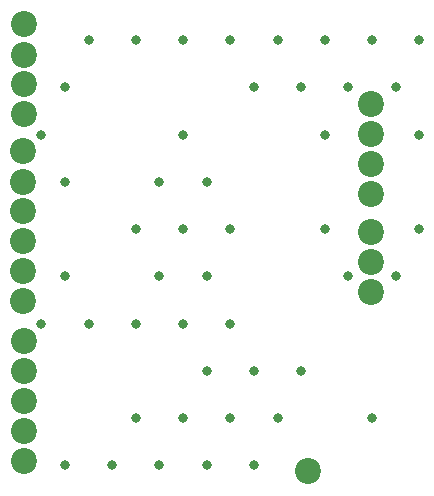
<source format=gbs>
G04*
G04 #@! TF.GenerationSoftware,Altium Limited,Altium Designer,23.2.1 (34)*
G04*
G04 Layer_Color=16711935*
%FSTAX44Y44*%
%MOMM*%
G71*
G04*
G04 #@! TF.SameCoordinates,9BF6DC58-3579-49A4-A00A-48C36C1373D3*
G04*
G04*
G04 #@! TF.FilePolarity,Negative*
G04*
G01*
G75*
%ADD25C,2.2000*%
%ADD26C,0.8000*%
D25*
X00245Y00568D02*
D03*
Y0051725D02*
D03*
Y005425D02*
D03*
Y00492D02*
D03*
Y002745D02*
D03*
Y0024925D02*
D03*
Y00224D02*
D03*
Y001985D02*
D03*
Y003D02*
D03*
X005395Y0050025D02*
D03*
Y0034125D02*
D03*
Y00392D02*
D03*
Y0036675D02*
D03*
Y0042425D02*
D03*
Y00475D02*
D03*
Y0044975D02*
D03*
X0024475Y00435D02*
D03*
Y0040975D02*
D03*
Y003845D02*
D03*
Y004605D02*
D03*
X00244731Y0035891D02*
D03*
X0024475Y003335D02*
D03*
X004855Y0018975D02*
D03*
D26*
X0034Y0039475D02*
D03*
Y0031475D02*
D03*
X0048Y0027475D02*
D03*
X0058Y0055475D02*
D03*
X0056Y0051475D02*
D03*
X0058Y0047475D02*
D03*
Y0039475D02*
D03*
X0056Y0035475D02*
D03*
X0054Y0055475D02*
D03*
X0052Y0051475D02*
D03*
Y0035475D02*
D03*
X0054Y0023475D02*
D03*
X005Y0055475D02*
D03*
X0048Y0051475D02*
D03*
X005Y0047475D02*
D03*
Y0039475D02*
D03*
X0046Y0055475D02*
D03*
X0044Y0051475D02*
D03*
Y0027475D02*
D03*
X0046Y0023475D02*
D03*
X0044Y0019475D02*
D03*
X0042Y0055475D02*
D03*
X004Y0043475D02*
D03*
X0042Y0039475D02*
D03*
X004Y0035475D02*
D03*
X0042Y0031475D02*
D03*
X004Y0027475D02*
D03*
X0042Y0023475D02*
D03*
X004Y0019475D02*
D03*
X0038Y0055475D02*
D03*
Y0047475D02*
D03*
X0036Y0043475D02*
D03*
X0038Y0039475D02*
D03*
X0036Y0035475D02*
D03*
X0038Y0031475D02*
D03*
Y0023475D02*
D03*
X0036Y0019475D02*
D03*
X0034Y0055475D02*
D03*
Y0023475D02*
D03*
X0032Y0019475D02*
D03*
X003Y0055475D02*
D03*
X0028Y0051475D02*
D03*
Y0043475D02*
D03*
Y0035475D02*
D03*
X003Y0031475D02*
D03*
X0028Y0019475D02*
D03*
X0026Y0047475D02*
D03*
Y0031475D02*
D03*
M02*

</source>
